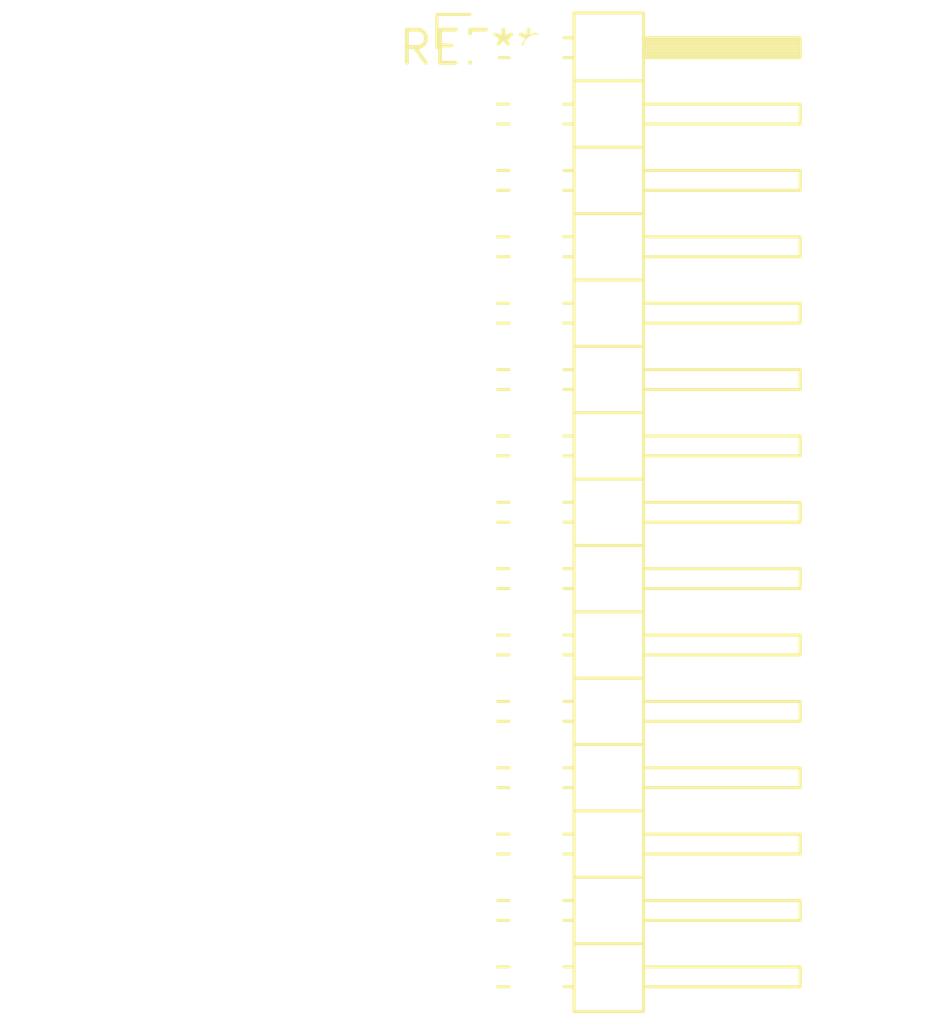
<source format=kicad_pcb>
(kicad_pcb (version 20240108) (generator pcbnew)
  (layers (0 "F.Cu" signal) (31 "B.Cu" signal) (34 "B.Paste" user) (35 "F.Paste" user) (36 "B.SilkS" user "B.Silkscreen") (37 "F.SilkS" user "F.Silkscreen") (38 "B.Mask" user) (39 "F.Mask" user) (44 "Edge.Cuts" user))
  (net 0 "")
  (footprint "PinHeader_2x15_P2.54mm_Horizontal" (layer "F.Cu") (at 0 0)
    (property "Reference" "REF**")
    (property "Value" "PinHeader_2x15_P2.54mm_Horizontal")
    (fp_line (start -1.27 -1.27) (end 0 -1.27) (layer "F.SilkS") (stroke (width 0.12)))
    (fp_line (start -1.27 0) (end -1.27 -1.27) (layer "F.SilkS") (stroke (width 0.12)))
    (fp_line (start 1.042929 2.16) (end 1.497071 2.16) (layer "F.SilkS") (stroke (width 0.12)))
    (fp_line (start 1.042929 2.92) (end 1.497071 2.92) (layer "F.SilkS") (stroke (width 0.12)))
    (fp_line (start 1.042929 4.7) (end 1.497071 4.7) (layer "F.SilkS") (stroke (width 0.12)))
    (fp_line (start 1.042929 5.46) (end 1.497071 5.46) (layer "F.SilkS") (stroke (width 0.12)))
    (fp_line (start 1.042929 7.24) (end 1.497071 7.24) (layer "F.SilkS") (stroke (width 0.12)))
    (fp_line (start 1.042929 8) (end 1.497071 8) (layer "F.SilkS") (stroke (width 0.12)))
    (fp_line (start 1.042929 9.78) (end 1.497071 9.78) (layer "F.SilkS") (stroke (width 0.12)))
    (fp_line (start 1.042929 10.54) (end 1.497071 10.54) (layer "F.SilkS") (stroke (width 0.12)))
    (fp_line (start 1.042929 12.32) (end 1.497071 12.32) (layer "F.SilkS") (stroke (width 0.12)))
    (fp_line (start 1.042929 13.08) (end 1.497071 13.08) (layer "F.SilkS") (stroke (width 0.12)))
    (fp_line (start 1.042929 14.86) (end 1.497071 14.86) (layer "F.SilkS") (stroke (width 0.12)))
    (fp_line (start 1.042929 15.62) (end 1.497071 15.62) (layer "F.SilkS") (stroke (width 0.12)))
    (fp_line (start 1.042929 17.4) (end 1.497071 17.4) (layer "F.SilkS") (stroke (width 0.12)))
    (fp_line (start 1.042929 18.16) (end 1.497071 18.16) (layer "F.SilkS") (stroke (width 0.12)))
    (fp_line (start 1.042929 19.94) (end 1.497071 19.94) (layer "F.SilkS") (stroke (width 0.12)))
    (fp_line (start 1.042929 20.7) (end 1.497071 20.7) (layer "F.SilkS") (stroke (width 0.12)))
    (fp_line (start 1.042929 22.48) (end 1.497071 22.48) (layer "F.SilkS") (stroke (width 0.12)))
    (fp_line (start 1.042929 23.24) (end 1.497071 23.24) (layer "F.SilkS") (stroke (width 0.12)))
    (fp_line (start 1.042929 25.02) (end 1.497071 25.02) (layer "F.SilkS") (stroke (width 0.12)))
    (fp_line (start 1.042929 25.78) (end 1.497071 25.78) (layer "F.SilkS") (stroke (width 0.12)))
    (fp_line (start 1.042929 27.56) (end 1.497071 27.56) (layer "F.SilkS") (stroke (width 0.12)))
    (fp_line (start 1.042929 28.32) (end 1.497071 28.32) (layer "F.SilkS") (stroke (width 0.12)))
    (fp_line (start 1.042929 30.1) (end 1.497071 30.1) (layer "F.SilkS") (stroke (width 0.12)))
    (fp_line (start 1.042929 30.86) (end 1.497071 30.86) (layer "F.SilkS") (stroke (width 0.12)))
    (fp_line (start 1.042929 32.64) (end 1.497071 32.64) (layer "F.SilkS") (stroke (width 0.12)))
    (fp_line (start 1.042929 33.4) (end 1.497071 33.4) (layer "F.SilkS") (stroke (width 0.12)))
    (fp_line (start 1.042929 35.18) (end 1.497071 35.18) (layer "F.SilkS") (stroke (width 0.12)))
    (fp_line (start 1.042929 35.94) (end 1.497071 35.94) (layer "F.SilkS") (stroke (width 0.12)))
    (fp_line (start 1.11 -0.38) (end 1.497071 -0.38) (layer "F.SilkS") (stroke (width 0.12)))
    (fp_line (start 1.11 0.38) (end 1.497071 0.38) (layer "F.SilkS") (stroke (width 0.12)))
    (fp_line (start 3.582929 -0.38) (end 3.98 -0.38) (layer "F.SilkS") (stroke (width 0.12)))
    (fp_line (start 3.582929 0.38) (end 3.98 0.38) (layer "F.SilkS") (stroke (width 0.12)))
    (fp_line (start 3.582929 2.16) (end 3.98 2.16) (layer "F.SilkS") (stroke (width 0.12)))
    (fp_line (start 3.582929 2.92) (end 3.98 2.92) (layer "F.SilkS") (stroke (width 0.12)))
    (fp_line (start 3.582929 4.7) (end 3.98 4.7) (layer "F.SilkS") (stroke (width 0.12)))
    (fp_line (start 3.582929 5.46) (end 3.98 5.46) (layer "F.SilkS") (stroke (width 0.12)))
    (fp_line (start 3.582929 7.24) (end 3.98 7.24) (layer "F.SilkS") (stroke (width 0.12)))
    (fp_line (start 3.582929 8) (end 3.98 8) (layer "F.SilkS") (stroke (width 0.12)))
    (fp_line (start 3.582929 9.78) (end 3.98 9.78) (layer "F.SilkS") (stroke (width 0.12)))
    (fp_line (start 3.582929 10.54) (end 3.98 10.54) (layer "F.SilkS") (stroke (width 0.12)))
    (fp_line (start 3.582929 12.32) (end 3.98 12.32) (layer "F.SilkS") (stroke (width 0.12)))
    (fp_line (start 3.582929 13.08) (end 3.98 13.08) (layer "F.SilkS") (stroke (width 0.12)))
    (fp_line (start 3.582929 14.86) (end 3.98 14.86) (layer "F.SilkS") (stroke (width 0.12)))
    (fp_line (start 3.582929 15.62) (end 3.98 15.62) (layer "F.SilkS") (stroke (width 0.12)))
    (fp_line (start 3.582929 17.4) (end 3.98 17.4) (layer "F.SilkS") (stroke (width 0.12)))
    (fp_line (start 3.582929 18.16) (end 3.98 18.16) (layer "F.SilkS") (stroke (width 0.12)))
    (fp_line (start 3.582929 19.94) (end 3.98 19.94) (layer "F.SilkS") (stroke (width 0.12)))
    (fp_line (start 3.582929 20.7) (end 3.98 20.7) (layer "F.SilkS") (stroke (width 0.12)))
    (fp_line (start 3.582929 22.48) (end 3.98 22.48) (layer "F.SilkS") (stroke (width 0.12)))
    (fp_line (start 3.582929 23.24) (end 3.98 23.24) (layer "F.SilkS") (stroke (width 0.12)))
    (fp_line (start 3.582929 25.02) (end 3.98 25.02) (layer "F.SilkS") (stroke (width 0.12)))
    (fp_line (start 3.582929 25.78) (end 3.98 25.78) (layer "F.SilkS") (stroke (width 0.12)))
    (fp_line (start 3.582929 27.56) (end 3.98 27.56) (layer "F.SilkS") (stroke (width 0.12)))
    (fp_line (start 3.582929 28.32) (end 3.98 28.32) (layer "F.SilkS") (stroke (width 0.12)))
    (fp_line (start 3.582929 30.1) (end 3.98 30.1) (layer "F.SilkS") (stroke (width 0.12)))
    (fp_line (start 3.582929 30.86) (end 3.98 30.86) (layer "F.SilkS") (stroke (width 0.12)))
    (fp_line (start 3.582929 32.64) (end 3.98 32.64) (layer "F.SilkS") (stroke (width 0.12)))
    (fp_line (start 3.582929 33.4) (end 3.98 33.4) (layer "F.SilkS") (stroke (width 0.12)))
    (fp_line (start 3.582929 35.18) (end 3.98 35.18) (layer "F.SilkS") (stroke (width 0.12)))
    (fp_line (start 3.582929 35.94) (end 3.98 35.94) (layer "F.SilkS") (stroke (width 0.12)))
    (fp_line (start 3.98 -1.33) (end 3.98 36.89) (layer "F.SilkS") (stroke (width 0.12)))
    (fp_line (start 3.98 1.27) (end 6.64 1.27) (layer "F.SilkS") (stroke (width 0.12)))
    (fp_line (start 3.98 3.81) (end 6.64 3.81) (layer "F.SilkS") (stroke (width 0.12)))
    (fp_line (start 3.98 6.35) (end 6.64 6.35) (layer "F.SilkS") (stroke (width 0.12)))
    (fp_line (start 3.98 8.89) (end 6.64 8.89) (layer "F.SilkS") (stroke (width 0.12)))
    (fp_line (start 3.98 11.43) (end 6.64 11.43) (layer "F.SilkS") (stroke (width 0.12)))
    (fp_line (start 3.98 13.97) (end 6.64 13.97) (layer "F.SilkS") (stroke (width 0.12)))
    (fp_line (start 3.98 16.51) (end 6.64 16.51) (layer "F.SilkS") (stroke (width 0.12)))
    (fp_line (start 3.98 19.05) (end 6.64 19.05) (layer "F.SilkS") (stroke (width 0.12)))
    (fp_line (start 3.98 21.59) (end 6.64 21.59) (layer "F.SilkS") (stroke (width 0.12)))
    (fp_line (start 3.98 24.13) (end 6.64 24.13) (layer "F.SilkS") (stroke (width 0.12)))
    (fp_line (start 3.98 26.67) (end 6.64 26.67) (layer "F.SilkS") (stroke (width 0.12)))
    (fp_line (start 3.98 29.21) (end 6.64 29.21) (layer "F.SilkS") (stroke (width 0.12)))
    (fp_line (start 3.98 31.75) (end 6.64 31.75) (layer "F.SilkS") (stroke (width 0.12)))
    (fp_line (start 3.98 34.29) (end 6.64 34.29) (layer "F.SilkS") (stroke (width 0.12)))
    (fp_line (start 3.98 36.89) (end 6.64 36.89) (layer "F.SilkS") (stroke (width 0.12)))
    (fp_line (start 6.64 -1.33) (end 3.98 -1.33) (layer "F.SilkS") (stroke (width 0.12)))
    (fp_line (start 6.64 -0.38) (end 12.64 -0.38) (layer "F.SilkS") (stroke (width 0.12)))
    (fp_line (start 6.64 -0.32) (end 12.64 -0.32) (layer "F.SilkS") (stroke (width 0.12)))
    (fp_line (start 6.64 -0.2) (end 12.64 -0.2) (layer "F.SilkS") (stroke (width 0.12)))
    (fp_line (start 6.64 -0.08) (end 12.64 -0.08) (layer "F.SilkS") (stroke (width 0.12)))
    (fp_line (start 6.64 0.04) (end 12.64 0.04) (layer "F.SilkS") (stroke (width 0.12)))
    (fp_line (start 6.64 0.16) (end 12.64 0.16) (layer "F.SilkS") (stroke (width 0.12)))
    (fp_line (start 6.64 0.28) (end 12.64 0.28) (layer "F.SilkS") (stroke (width 0.12)))
    (fp_line (start 6.64 2.16) (end 12.64 2.16) (layer "F.SilkS") (stroke (width 0.12)))
    (fp_line (start 6.64 4.7) (end 12.64 4.7) (layer "F.SilkS") (stroke (width 0.12)))
    (fp_line (start 6.64 7.24) (end 12.64 7.24) (layer "F.SilkS") (stroke (width 0.12)))
    (fp_line (start 6.64 9.78) (end 12.64 9.78) (layer "F.SilkS") (stroke (width 0.12)))
    (fp_line (start 6.64 12.32) (end 12.64 12.32) (layer "F.SilkS") (stroke (width 0.12)))
    (fp_line (start 6.64 14.86) (end 12.64 14.86) (layer "F.SilkS") (stroke (width 0.12)))
    (fp_line (start 6.64 17.4) (end 12.64 17.4) (layer "F.SilkS") (stroke (width 0.12)))
    (fp_line (start 6.64 19.94) (end 12.64 19.94) (layer "F.SilkS") (stroke (width 0.12)))
    (fp_line (start 6.64 22.48) (end 12.64 22.48) (layer "F.SilkS") (stroke (width 0.12)))
    (fp_line (start 6.64 25.02) (end 12.64 25.02) (layer "F.SilkS") (stroke (width 0.12)))
    (fp_line (start 6.64 27.56) (end 12.64 27.56) (layer "F.SilkS") (stroke (width 0.12)))
    (fp_line (start 6.64 30.1) (end 12.64 30.1) (layer "F.SilkS") (stroke (width 0.12)))
    (fp_line (start 6.64 32.64) (end 12.64 32.64) (layer "F.SilkS") (stroke (width 0.12)))
    (fp_line (start 6.64 35.18) (end 12.64 35.18) (layer "F.SilkS") (stroke (width 0.12)))
    (fp_line (start 6.64 36.89) (end 6.64 -1.33) (layer "F.SilkS") (stroke (width 0.12)))
    (fp_line (start 12.64 -0.38) (end 12.64 0.38) (layer "F.SilkS") (stroke (width 0.12)))
    (fp_line (start 12.64 0.38) (end 6.64 0.38) (layer "F.SilkS") (stroke (width 0.12)))
    (fp_line (start 12.64 2.16) (end 12.64 2.92) (layer "F.SilkS") (stroke (width 0.12)))
    (fp_line (start 12.64 2.92) (end 6.64 2.92) (layer "F.SilkS") (stroke (width 0.12)))
    (fp_line (start 12.64 4.7) (end 12.64 5.46) (layer "F.SilkS") (stroke (width 0.12)))
    (fp_line (start 12.64 5.46) (end 6.64 5.46) (layer "F.SilkS") (stroke (width 0.12)))
    (fp_line (start 12.64 7.24) (end 12.64 8) (layer "F.SilkS") (stroke (width 0.12)))
    (fp_line (start 12.64 8) (end 6.64 8) (layer "F.SilkS") (stroke (width 0.12)))
    (fp_line (start 12.64 9.78) (end 12.64 10.54) (layer "F.SilkS") (stroke (width 0.12)))
    (fp_line (start 12.64 10.54) (end 6.64 10.54) (layer "F.SilkS") (stroke (width 0.12)))
    (fp_line (start 12.64 12.32) (end 12.64 13.08) (layer "F.SilkS") (stroke (width 0.12)))
    (fp_line (start 12.64 13.08) (end 6.64 13.08) (layer "F.SilkS") (stroke (width 0.12)))
    (fp_line (start 12.64 14.86) (end 12.64 15.62) (layer "F.SilkS") (stroke (width 0.12)))
    (fp_line (start 12.64 15.62) (end 6.64 15.62) (layer "F.SilkS") (stroke (width 0.12)))
    (fp_line (start 12.64 17.4) (end 12.64 18.16) (layer "F.SilkS") (stroke (width 0.12)))
    (fp_line (start 12.64 18.16) (end 6.64 18.16) (layer "F.SilkS") (stroke (width 0.12)))
    (fp_line (start 12.64 19.94) (end 12.64 20.7) (layer "F.SilkS") (stroke (width 0.12)))
    (fp_line (start 12.64 20.7) (end 6.64 20.7) (layer "F.SilkS") (stroke (width 0.12)))
    (fp_line (start 12.64 22.48) (end 12.64 23.24) (layer "F.SilkS") (stroke (width 0.12)))
    (fp_line (start 12.64 23.24) (end 6.64 23.24) (layer "F.SilkS") (stroke (width 0.12)))
    (fp_line (start 12.64 25.02) (end 12.64 25.78) (layer "F.SilkS") (stroke (width 0.12)))
    (fp_line (start 12.64 25.78) (end 6.64 25.78) (layer "F.SilkS") (stroke (width 0.12)))
    (fp_line (start 12.64 27.56) (end 12.64 28.32) (layer "F.SilkS") (stroke (width 0.12)))
    (fp_line (start 12.64 28.32) (end 6.64 28.32) (layer "F.SilkS") (stroke (width 0.12)))
    (fp_line (start 12.64 30.1) (end 12.64 30.86) (layer "F.SilkS") (stroke (width 0.12)))
    (fp_line (start 12.64 30.86) (end 6.64 30.86) (layer "F.SilkS") (stroke (width 0.12)))
    (fp_line (start 12.64 32.64) (end 12.64 33.4) (layer "F.SilkS") (stroke (width 0.12)))
    (fp_line (start 12.64 33.4) (end 6.64 33.4) (layer "F.SilkS") (stroke (width 0.12)))
    (fp_line (start 12.64 35.18) (end 12.64 35.94) (layer "F.SilkS") (stroke (width 0.12)))
    (fp_line (start 12.64 35.94) (end 6.64 35.94) (layer "F.SilkS") (stroke (width 0.12)))
    (pad "1" thru_hole rect (at 0 0) (size 1.7 1.7) (drill 1) (layers *.Cu *.Mask) (remove_unused_layers))
    (pad "2" thru_hole oval (at 2.54 0) (size 1.7 1.7) (drill 1) (layers *.Cu *.Mask) (remove_unused_layers))
    (pad "3" thru_hole oval (at 0 2.54) (size 1.7 1.7) (drill 1) (layers *.Cu *.Mask) (remove_unused_layers))
    (pad "4" thru_hole oval (at 2.54 2.54) (size 1.7 1.7) (drill 1) (layers *.Cu *.Mask) (remove_unused_layers))
    (pad "5" thru_hole oval (at 0 5.08) (size 1.7 1.7) (drill 1) (layers *.Cu *.Mask) (remove_unused_layers))
    (pad "6" thru_hole oval (at 2.54 5.08) (size 1.7 1.7) (drill 1) (layers *.Cu *.Mask) (remove_unused_layers))
    (pad "7" thru_hole oval (at 0 7.62) (size 1.7 1.7) (drill 1) (layers *.Cu *.Mask) (remove_unused_layers))
    (pad "8" thru_hole oval (at 2.54 7.62) (size 1.7 1.7) (drill 1) (layers *.Cu *.Mask) (remove_unused_layers))
    (pad "9" thru_hole oval (at 0 10.16) (size 1.7 1.7) (drill 1) (layers *.Cu *.Mask) (remove_unused_layers))
    (pad "10" thru_hole oval (at 2.54 10.16) (size 1.7 1.7) (drill 1) (layers *.Cu *.Mask) (remove_unused_layers))
    (pad "11" thru_hole oval (at 0 12.7) (size 1.7 1.7) (drill 1) (layers *.Cu *.Mask) (remove_unused_layers))
    (pad "12" thru_hole oval (at 2.54 12.7) (size 1.7 1.7) (drill 1) (layers *.Cu *.Mask) (remove_unused_layers))
    (pad "13" thru_hole oval (at 0 15.24) (size 1.7 1.7) (drill 1) (layers *.Cu *.Mask) (remove_unused_layers))
    (pad "14" thru_hole oval (at 2.54 15.24) (size 1.7 1.7) (drill 1) (layers *.Cu *.Mask) (remove_unused_layers))
    (pad "15" thru_hole oval (at 0 17.78) (size 1.7 1.7) (drill 1) (layers *.Cu *.Mask) (remove_unused_layers))
    (pad "16" thru_hole oval (at 2.54 17.78) (size 1.7 1.7) (drill 1) (layers *.Cu *.Mask) (remove_unused_layers))
    (pad "17" thru_hole oval (at 0 20.32) (size 1.7 1.7) (drill 1) (layers *.Cu *.Mask) (remove_unused_layers))
    (pad "18" thru_hole oval (at 2.54 20.32) (size 1.7 1.7) (drill 1) (layers *.Cu *.Mask) (remove_unused_layers))
    (pad "19" thru_hole oval (at 0 22.86) (size 1.7 1.7) (drill 1) (layers *.Cu *.Mask) (remove_unused_layers))
    (pad "20" thru_hole oval (at 2.54 22.86) (size 1.7 1.7) (drill 1) (layers *.Cu *.Mask) (remove_unused_layers))
    (pad "21" thru_hole oval (at 0 25.4) (size 1.7 1.7) (drill 1) (layers *.Cu *.Mask) (remove_unused_layers))
    (pad "22" thru_hole oval (at 2.54 25.4) (size 1.7 1.7) (drill 1) (layers *.Cu *.Mask) (remove_unused_layers))
    (pad "23" thru_hole oval (at 0 27.94) (size 1.7 1.7) (drill 1) (layers *.Cu *.Mask) (remove_unused_layers))
    (pad "24" thru_hole oval (at 2.54 27.94) (size 1.7 1.7) (drill 1) (layers *.Cu *.Mask) (remove_unused_layers))
    (pad "25" thru_hole oval (at 0 30.48) (size 1.7 1.7) (drill 1) (layers *.Cu *.Mask) (remove_unused_layers))
    (pad "26" thru_hole oval (at 2.54 30.48) (size 1.7 1.7) (drill 1) (layers *.Cu *.Mask) (remove_unused_layers))
    (pad "27" thru_hole oval (at 0 33.02) (size 1.7 1.7) (drill 1) (layers *.Cu *.Mask) (remove_unused_layers))
    (pad "28" thru_hole oval (at 2.54 33.02) (size 1.7 1.7) (drill 1) (layers *.Cu *.Mask) (remove_unused_layers))
    (pad "29" thru_hole oval (at 0 35.56) (size 1.7 1.7) (drill 1) (layers *.Cu *.Mask) (remove_unused_layers))
    (pad "30" thru_hole oval (at 2.54 35.56) (size 1.7 1.7) (drill 1) (layers *.Cu *.Mask) (remove_unused_layers))
  )
)
</source>
